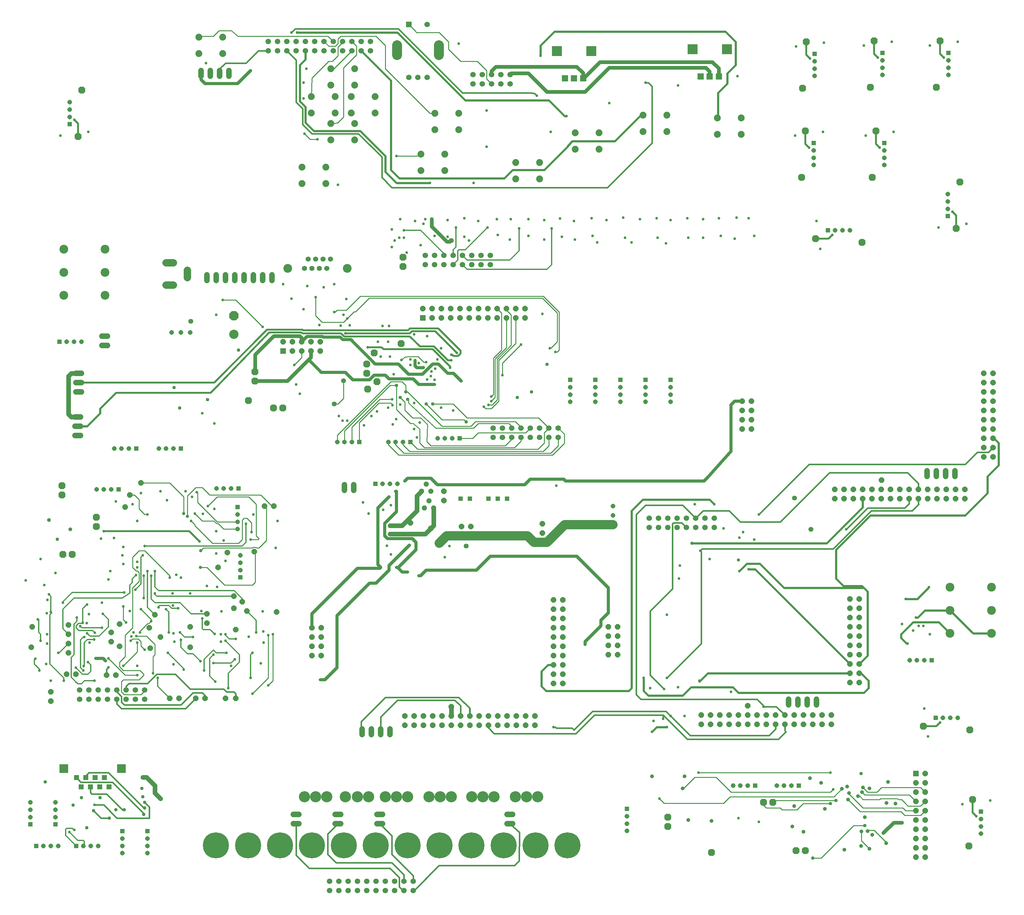
<source format=gbr>
G04 EAGLE Gerber RS-274X export*
G75*
%MOMM*%
%FSLAX34Y34*%
%LPD*%
%INBottom Copper*%
%IPPOS*%
%AMOC8*
5,1,8,0,0,1.08239X$1,22.5*%
G01*
%ADD10P,2.089446X8X202.500000*%
%ADD11P,2.089446X8X22.500000*%
%ADD12R,2.781300X2.781300*%
%ADD13R,1.800000X1.800000*%
%ADD14P,1.649562X8X112.500000*%
%ADD15P,1.649562X8X22.500000*%
%ADD16C,2.400000*%
%ADD17C,1.879600*%
%ADD18R,1.308000X1.308000*%
%ADD19C,1.308000*%
%ADD20P,1.429621X8X22.500000*%
%ADD21C,1.524000*%
%ADD22R,1.397000X1.397000*%
%ADD23R,2.476500X2.476500*%
%ADD24P,1.649562X8X202.500000*%
%ADD25C,1.508000*%
%ADD26C,1.422400*%
%ADD27R,1.508000X1.508000*%
%ADD28C,2.700000*%
%ADD29R,1.524000X1.524000*%
%ADD30P,2.089446X8X112.500000*%
%ADD31C,2.000000*%
%ADD32C,2.540000*%
%ADD33P,2.749271X8X112.500000*%
%ADD34P,1.649562X8X292.500000*%
%ADD35C,0.756400*%
%ADD36C,0.956400*%
%ADD37C,1.056400*%
%ADD38C,0.304800*%
%ADD39C,0.254000*%
%ADD40C,0.508000*%
%ADD41C,1.350000*%
%ADD42C,1.016000*%
%ADD43C,7.112000*%
%ADD44C,1.270000*%
%ADD45C,0.406400*%
%ADD46C,0.609600*%
%ADD47C,0.906400*%
%ADD48C,0.812800*%
%ADD49C,2.540000*%
%ADD50C,0.152400*%
%ADD51C,3.048000*%


D10*
X236220Y1018540D03*
D11*
X236220Y1043940D03*
D12*
X1494955Y2319020D03*
X1588605Y2319020D03*
D13*
X1516780Y2244020D03*
X1541780Y2244020D03*
X1566780Y2244020D03*
D12*
X1865795Y2324100D03*
X1959445Y2324100D03*
D13*
X1887620Y2249100D03*
X1912620Y2249100D03*
X1937620Y2249100D03*
D14*
X850900Y665480D03*
X825500Y665480D03*
X850900Y690880D03*
X825500Y690880D03*
X850900Y716280D03*
X825500Y716280D03*
X850900Y741680D03*
X825500Y741680D03*
X1661160Y668020D03*
X1635760Y668020D03*
X1661160Y693420D03*
X1635760Y693420D03*
X1661160Y718820D03*
X1635760Y718820D03*
X1661160Y744220D03*
X1635760Y744220D03*
X2026920Y1285240D03*
X2001520Y1285240D03*
X2026920Y1310640D03*
X2001520Y1310640D03*
X2026920Y1336040D03*
X2001520Y1336040D03*
X2026920Y1361440D03*
X2001520Y1361440D03*
X1511300Y589280D03*
X1485900Y589280D03*
X1511300Y614680D03*
X1485900Y614680D03*
X1511300Y640080D03*
X1485900Y640080D03*
X1511300Y665480D03*
X1485900Y665480D03*
X1511300Y690880D03*
X1485900Y690880D03*
X1511300Y716280D03*
X1485900Y716280D03*
X1511300Y741680D03*
X1485900Y741680D03*
X1511300Y767080D03*
X1485900Y767080D03*
X1511300Y792480D03*
X1485900Y792480D03*
X1511300Y817880D03*
X1485900Y817880D03*
X2321560Y591820D03*
X2296160Y591820D03*
X2321560Y617220D03*
X2296160Y617220D03*
X2321560Y642620D03*
X2296160Y642620D03*
X2321560Y668020D03*
X2296160Y668020D03*
X2321560Y693420D03*
X2296160Y693420D03*
X2321560Y718820D03*
X2296160Y718820D03*
X2321560Y744220D03*
X2296160Y744220D03*
X2321560Y769620D03*
X2296160Y769620D03*
X2321560Y795020D03*
X2296160Y795020D03*
X2321560Y820420D03*
X2296160Y820420D03*
X2687320Y1209040D03*
X2661920Y1209040D03*
X2687320Y1234440D03*
X2661920Y1234440D03*
X2687320Y1259840D03*
X2661920Y1259840D03*
X2687320Y1285240D03*
X2661920Y1285240D03*
X2687320Y1310640D03*
X2661920Y1310640D03*
X2687320Y1336040D03*
X2661920Y1336040D03*
X2687320Y1361440D03*
X2661920Y1361440D03*
X2687320Y1386840D03*
X2661920Y1386840D03*
X2687320Y1412240D03*
X2661920Y1412240D03*
X2687320Y1437640D03*
X2661920Y1437640D03*
D15*
X1079246Y474472D03*
X1079246Y499872D03*
X1104646Y474472D03*
X1104646Y499872D03*
X1130046Y474472D03*
X1130046Y499872D03*
X1155446Y474472D03*
X1155446Y499872D03*
X1180846Y474472D03*
X1180846Y499872D03*
X1206246Y474472D03*
X1206246Y499872D03*
X1231646Y474472D03*
X1231646Y499872D03*
X1257046Y474472D03*
X1257046Y499872D03*
X1282446Y474472D03*
X1282446Y499872D03*
X1307846Y474472D03*
X1307846Y499872D03*
X1333246Y474472D03*
X1333246Y499872D03*
X1358646Y474472D03*
X1358646Y499872D03*
X1384046Y474472D03*
X1384046Y499872D03*
X1409446Y474472D03*
X1409446Y499872D03*
X1434846Y474472D03*
X1434846Y499872D03*
X1889252Y477266D03*
X1889252Y502666D03*
X1914652Y477266D03*
X1914652Y502666D03*
X1940052Y477266D03*
X1940052Y502666D03*
X1965452Y477266D03*
X1965452Y502666D03*
X1990852Y477266D03*
X1990852Y502666D03*
X2016252Y477266D03*
X2016252Y502666D03*
X2041652Y477266D03*
X2041652Y502666D03*
X2067052Y477266D03*
X2067052Y502666D03*
X2092452Y477266D03*
X2092452Y502666D03*
X2117852Y477266D03*
X2117852Y502666D03*
X2143252Y477266D03*
X2143252Y502666D03*
X2168652Y477266D03*
X2168652Y502666D03*
X2194052Y477266D03*
X2194052Y502666D03*
X2219452Y477266D03*
X2219452Y502666D03*
X2244852Y477266D03*
X2244852Y502666D03*
X2254758Y1094486D03*
X2254758Y1119886D03*
X2280158Y1094486D03*
X2280158Y1119886D03*
X2305558Y1094486D03*
X2305558Y1119886D03*
X2330958Y1094486D03*
X2330958Y1119886D03*
X2356358Y1094486D03*
X2356358Y1119886D03*
X2381758Y1094486D03*
X2381758Y1119886D03*
X2407158Y1094486D03*
X2407158Y1119886D03*
X2432558Y1094486D03*
X2432558Y1119886D03*
X2457958Y1094486D03*
X2457958Y1119886D03*
X2483358Y1094486D03*
X2483358Y1119886D03*
X2508758Y1094486D03*
X2508758Y1119886D03*
X2534158Y1094486D03*
X2534158Y1119886D03*
X2559558Y1094486D03*
X2559558Y1119886D03*
X2584958Y1094486D03*
X2584958Y1119886D03*
X2610358Y1094486D03*
X2610358Y1119886D03*
D16*
X260000Y1713640D03*
X147000Y1713640D03*
X260000Y1776640D03*
X147000Y1776640D03*
X260000Y1650640D03*
X147000Y1650640D03*
D17*
X1382268Y2013966D03*
X1447292Y2013966D03*
X1382268Y1968754D03*
X1447292Y1968754D03*
X1544828Y2095246D03*
X1609852Y2095246D03*
X1544828Y2050034D03*
X1609852Y2050034D03*
X1730248Y2143506D03*
X1795272Y2143506D03*
X1730248Y2098294D03*
X1795272Y2098294D03*
X1933448Y2135886D03*
X1998472Y2135886D03*
X1933448Y2090674D03*
X1998472Y2090674D03*
X876808Y2270506D03*
X941832Y2270506D03*
X876808Y2225294D03*
X941832Y2225294D03*
X876808Y2120646D03*
X941832Y2120646D03*
X876808Y2075434D03*
X941832Y2075434D03*
X932688Y2194306D03*
X997712Y2194306D03*
X932688Y2149094D03*
X997712Y2149094D03*
X823468Y2194306D03*
X888492Y2194306D03*
X823468Y2149094D03*
X888492Y2149094D03*
X798068Y2001266D03*
X863092Y2001266D03*
X798068Y1956054D03*
X863092Y1956054D03*
X1123188Y2036826D03*
X1188212Y2036826D03*
X1123188Y1991614D03*
X1188212Y1991614D03*
X1161288Y2148586D03*
X1226312Y2148586D03*
X1161288Y2103374D03*
X1226312Y2103374D03*
D18*
X1531620Y1419380D03*
D19*
X1531620Y1399380D03*
X1531620Y1379380D03*
X1531620Y1359380D03*
D18*
X1600200Y1419380D03*
D19*
X1600200Y1399380D03*
X1600200Y1379380D03*
X1600200Y1359380D03*
D18*
X1668780Y1419380D03*
D19*
X1668780Y1399380D03*
X1668780Y1379380D03*
X1668780Y1359380D03*
D18*
X1737360Y1419380D03*
D19*
X1737360Y1399380D03*
X1737360Y1379380D03*
X1737360Y1359380D03*
D18*
X1805940Y1419380D03*
D19*
X1805940Y1399380D03*
X1805940Y1379380D03*
X1805940Y1359380D03*
D18*
X1231900Y1094740D03*
X1257300Y1094740D03*
X1308100Y1094740D03*
X1333500Y1094740D03*
X1358900Y1094740D03*
D20*
X1125220Y1115060D03*
X1137920Y1134110D03*
X1150620Y1115060D03*
X1132840Y1069340D03*
X1145540Y1088390D03*
X1158240Y1069340D03*
D21*
X914400Y1117600D02*
X914400Y1132840D01*
X939800Y1132840D02*
X939800Y1117600D01*
D19*
X492760Y1549400D03*
X467360Y1549400D03*
X441960Y1549400D03*
D22*
X181610Y331470D03*
X194310Y306070D03*
X207010Y331470D03*
X219710Y306070D03*
X232410Y331470D03*
X245110Y306070D03*
X257810Y331470D03*
X270510Y306070D03*
D23*
X147320Y356108D03*
X304800Y356108D03*
D15*
X160020Y723900D03*
X160020Y698500D03*
X111760Y541020D03*
X60960Y744220D03*
X58420Y688340D03*
X111760Y566420D03*
X276860Y728980D03*
X276860Y703580D03*
X154940Y614680D03*
X160020Y749300D03*
X160020Y673100D03*
X180340Y614680D03*
X381000Y741680D03*
X383540Y685800D03*
X264160Y612140D03*
X299720Y751840D03*
X299720Y690880D03*
X289560Y612140D03*
X492760Y744220D03*
X492760Y688340D03*
X436880Y548640D03*
X396240Y777240D03*
X411480Y716280D03*
X462280Y548640D03*
X612140Y795020D03*
X617220Y736600D03*
X508000Y548640D03*
X538480Y779780D03*
X538480Y754380D03*
X533400Y548640D03*
X612140Y828040D03*
X728980Y784860D03*
X589280Y548640D03*
X635000Y812800D03*
X647700Y787400D03*
X617220Y548640D03*
D11*
X144780Y942340D03*
X170180Y942340D03*
X142240Y1130300D03*
X142240Y1104900D03*
D18*
X624360Y1122680D03*
D19*
X604360Y1122680D03*
X584360Y1122680D03*
X564360Y1122680D03*
D18*
X629920Y879320D03*
D19*
X629920Y899320D03*
X629920Y919320D03*
X629920Y939320D03*
D18*
X2036600Y309880D03*
D19*
X2016600Y309880D03*
X1996600Y309880D03*
X1976600Y309880D03*
D18*
X2155980Y309880D03*
D19*
X2135980Y309880D03*
X2115980Y309880D03*
X2095980Y309880D03*
D18*
X954560Y1249680D03*
D19*
X934560Y1249680D03*
X914560Y1249680D03*
X894560Y1249680D03*
D18*
X1094260Y1249680D03*
D19*
X1074260Y1249680D03*
X1054260Y1249680D03*
X1034260Y1249680D03*
X1648460Y1023620D03*
X1648460Y1049020D03*
X1648460Y1074420D03*
D15*
X1455420Y1026160D03*
D24*
X1455420Y1000760D03*
D14*
X1234440Y1018540D03*
X1259840Y1018540D03*
D11*
X1798320Y223520D03*
D10*
X1917700Y127000D03*
D11*
X1798320Y198120D03*
X2174240Y132080D03*
X2148840Y132080D03*
D18*
X1686560Y245900D03*
D19*
X1686560Y225900D03*
X1686560Y205900D03*
X1686560Y185900D03*
D25*
X873760Y22860D03*
X873760Y48260D03*
X899160Y22860D03*
X899160Y48260D03*
X924560Y22860D03*
X924560Y48260D03*
X949960Y22860D03*
X949960Y48260D03*
X975360Y22860D03*
X975360Y48260D03*
X1000760Y22860D03*
X1000760Y48260D03*
X1026160Y22860D03*
X1026160Y48260D03*
X1051560Y22860D03*
X1051560Y48260D03*
X1076960Y22860D03*
X1076960Y48260D03*
X1102360Y22860D03*
X1102360Y48260D03*
D21*
X789940Y205740D02*
X774700Y205740D01*
X774700Y231140D02*
X789940Y231140D01*
X889000Y205740D02*
X904240Y205740D01*
X904240Y231140D02*
X889000Y231140D01*
X1358900Y205740D02*
X1374140Y205740D01*
X1374140Y231140D02*
X1358900Y231140D01*
X1018540Y205740D02*
X1003300Y205740D01*
X1003300Y231140D02*
X1018540Y231140D01*
D18*
X296700Y1120140D03*
D19*
X276700Y1120140D03*
X256700Y1120140D03*
X236700Y1120140D03*
D10*
X2085340Y264160D03*
X2059940Y264160D03*
D18*
X466880Y1231900D03*
D19*
X446880Y1231900D03*
X426880Y1231900D03*
X406880Y1231900D03*
D18*
X344960Y1231900D03*
D19*
X324960Y1231900D03*
X304960Y1231900D03*
X284960Y1231900D03*
D11*
X652180Y1363220D03*
X746160Y1342900D03*
X720760Y1342900D03*
X669960Y1416560D03*
X669960Y1441960D03*
D18*
X124460Y203680D03*
D19*
X124460Y223680D03*
X124460Y243680D03*
X124460Y263680D03*
D18*
X71600Y144780D03*
D19*
X91600Y144780D03*
X111600Y144780D03*
X131600Y144780D03*
D18*
X55880Y203680D03*
D19*
X55880Y223680D03*
X55880Y243680D03*
X55880Y263680D03*
D18*
X180820Y144780D03*
D19*
X200820Y144780D03*
X220820Y144780D03*
X240820Y144780D03*
D18*
X307340Y184940D03*
D19*
X307340Y164940D03*
X307340Y144940D03*
X307340Y124940D03*
D18*
X375920Y184940D03*
D19*
X375920Y164940D03*
X375920Y144940D03*
X375920Y124940D03*
D18*
X2199140Y2310920D03*
D19*
X2199140Y2290920D03*
X2199140Y2270920D03*
X2199140Y2250920D03*
D11*
X2166120Y2217420D03*
X2176280Y2344420D03*
D26*
X876440Y1749920D03*
X866240Y1724520D03*
X856040Y1749920D03*
X845840Y1724520D03*
X835640Y1749920D03*
X825440Y1724520D03*
X815240Y1749920D03*
X805040Y1724520D03*
D16*
X921990Y1724520D03*
X759490Y1724520D03*
D17*
X516128Y2356866D03*
X581152Y2356866D03*
X516128Y2311654D03*
X581152Y2311654D03*
D21*
X716280Y1706880D02*
X716280Y1691640D01*
X690880Y1691640D02*
X690880Y1706880D01*
X665480Y1706880D02*
X665480Y1691640D01*
X640080Y1691640D02*
X640080Y1706880D01*
X614680Y1706880D02*
X614680Y1691640D01*
X589280Y1691640D02*
X589280Y1706880D01*
X563880Y1706880D02*
X563880Y1691640D01*
X538480Y1691640D02*
X538480Y1706880D01*
X266700Y1513840D02*
X251460Y1513840D01*
X251460Y1539240D02*
X266700Y1539240D01*
D25*
X985520Y2319720D03*
X985520Y2345120D03*
X960120Y2319720D03*
X960120Y2345120D03*
X934720Y2319720D03*
X934720Y2345120D03*
X909320Y2319720D03*
X909320Y2345120D03*
X883920Y2319720D03*
X883920Y2345120D03*
X858520Y2319720D03*
X858520Y2345120D03*
X833120Y2319720D03*
X833120Y2345120D03*
X807720Y2319720D03*
X807720Y2345120D03*
X782320Y2319720D03*
X782320Y2345120D03*
X756920Y2319720D03*
X756920Y2345120D03*
X731520Y2319720D03*
X731520Y2345120D03*
X706120Y2319720D03*
X706120Y2345120D03*
X1140060Y2391560D03*
D27*
X1090060Y2391560D03*
D25*
X1090060Y2246560D03*
X1115060Y2246560D03*
X1140060Y2246560D03*
D28*
X1058060Y2308060D02*
X1058060Y2335060D01*
X1172060Y2335060D02*
X1172060Y2308060D01*
D25*
X1366980Y2229220D03*
X1366980Y2254620D03*
X1341580Y2229220D03*
X1341580Y2254620D03*
X1316180Y2229220D03*
X1316180Y2254620D03*
X1290780Y2229220D03*
X1290780Y2254620D03*
X1265380Y2229220D03*
X1265380Y2254620D03*
D21*
X522620Y2250420D02*
X522620Y2265660D01*
X548020Y2265660D02*
X548020Y2250420D01*
X573420Y2250420D02*
X573420Y2265660D01*
X598820Y2265660D02*
X598820Y2250420D01*
D29*
X746760Y1498600D03*
D15*
X746760Y1524000D03*
X772160Y1498600D03*
X772160Y1524000D03*
X797560Y1498600D03*
X797560Y1524000D03*
X822960Y1498600D03*
X822960Y1524000D03*
X848360Y1498600D03*
X848360Y1524000D03*
D29*
X1128344Y1589049D03*
D15*
X1128344Y1614449D03*
X1153744Y1589049D03*
X1153744Y1614449D03*
X1179144Y1589049D03*
X1179144Y1614449D03*
X1204544Y1589049D03*
X1204544Y1614449D03*
X1229944Y1589049D03*
X1229944Y1614449D03*
X1255344Y1589049D03*
X1255344Y1614449D03*
X1280744Y1589049D03*
X1280744Y1614449D03*
X1306144Y1589049D03*
X1306144Y1614449D03*
X1331544Y1589049D03*
X1331544Y1614449D03*
X1356944Y1589049D03*
X1356944Y1614449D03*
X1382344Y1589049D03*
X1382344Y1614449D03*
X1407744Y1589049D03*
X1407744Y1614449D03*
D21*
X193040Y1292860D02*
X177800Y1292860D01*
X177800Y1267460D02*
X193040Y1267460D01*
X193040Y1318260D02*
X177800Y1318260D01*
X180340Y1412240D02*
X195580Y1412240D01*
X195580Y1386840D02*
X180340Y1386840D01*
X180340Y1437640D02*
X195580Y1437640D01*
D18*
X2384560Y2313460D03*
D19*
X2384560Y2293460D03*
X2384560Y2273460D03*
X2384560Y2253460D03*
D11*
X2351540Y2219960D03*
X2361700Y2346960D03*
D18*
X2196600Y2067080D03*
D19*
X2196600Y2047080D03*
X2196600Y2027080D03*
X2196600Y2007080D03*
D11*
X2163580Y1973580D03*
X2173740Y2100580D03*
D18*
X2389640Y2067080D03*
D19*
X2389640Y2047080D03*
X2389640Y2027080D03*
X2389640Y2007080D03*
D11*
X2356620Y1973580D03*
X2366780Y2100580D03*
D18*
X163060Y2118840D03*
D19*
X163060Y2138840D03*
X163060Y2158840D03*
X163060Y2178840D03*
D10*
X196080Y2212340D03*
X185920Y2085340D03*
D18*
X2563360Y1867380D03*
D19*
X2563360Y1887380D03*
X2563360Y1907380D03*
X2563360Y1927380D03*
D10*
X2596380Y1960880D03*
X2586220Y1833880D03*
D18*
X2235680Y1828300D03*
D19*
X2255680Y1828300D03*
X2275680Y1828300D03*
X2295680Y1828300D03*
D30*
X2329180Y1795280D03*
X2202180Y1805440D03*
D18*
X2564900Y2313460D03*
D19*
X2564900Y2293460D03*
X2564900Y2273460D03*
X2564900Y2253460D03*
D11*
X2531880Y2219960D03*
X2542040Y2346960D03*
D18*
X2653800Y238280D03*
D19*
X2653800Y218280D03*
X2653800Y198280D03*
X2653800Y178280D03*
D11*
X2620780Y144780D03*
X2630940Y271780D03*
D18*
X2530320Y494800D03*
D19*
X2550320Y494800D03*
X2570320Y494800D03*
X2590320Y494800D03*
D30*
X2623820Y461780D03*
X2496820Y471940D03*
D18*
X622300Y1071400D03*
D19*
X622300Y1051400D03*
X622300Y1031400D03*
X622300Y1011400D03*
D18*
X1228880Y1259840D03*
D19*
X1208880Y1259840D03*
X1188880Y1259840D03*
X1168880Y1259840D03*
D31*
X446880Y1678940D02*
X426880Y1678940D01*
X484880Y1698940D02*
X484880Y1718940D01*
X446880Y1739940D02*
X426880Y1739940D01*
D32*
X612140Y1544320D03*
D33*
X612140Y1595120D03*
D16*
X2569560Y789080D03*
X2682560Y789080D03*
X2569560Y852080D03*
X2682560Y852080D03*
X2569560Y726080D03*
X2682560Y726080D03*
D18*
X135100Y1524000D03*
D19*
X155100Y1524000D03*
X175100Y1524000D03*
X195100Y1524000D03*
D18*
X998700Y1135380D03*
D19*
X1018700Y1135380D03*
X1038700Y1135380D03*
X1058700Y1135380D03*
D18*
X2519200Y652780D03*
D19*
X2499200Y652780D03*
X2479200Y652780D03*
X2459200Y652780D03*
D29*
X2476500Y342900D03*
D34*
X2501900Y342900D03*
X2476500Y317500D03*
X2501900Y317500D03*
X2476500Y292100D03*
X2501900Y292100D03*
X2476500Y266700D03*
X2501900Y266700D03*
X2476500Y241300D03*
X2501900Y241300D03*
X2476500Y215900D03*
X2501900Y215900D03*
X2476500Y190500D03*
X2501900Y190500D03*
X2476500Y165100D03*
X2501900Y165100D03*
X2476500Y139700D03*
X2501900Y139700D03*
X2476500Y114300D03*
X2501900Y114300D03*
D25*
X1747520Y1016000D03*
X1747520Y1041400D03*
X1772920Y1016000D03*
X1772920Y1041400D03*
X1798320Y1016000D03*
X1798320Y1041400D03*
X1823720Y1016000D03*
X1823720Y1041400D03*
X1849120Y1016000D03*
X1849120Y1041400D03*
X1874520Y1016000D03*
X1874520Y1041400D03*
X1899920Y1016000D03*
X1899920Y1041400D03*
X1925320Y1016000D03*
X1925320Y1041400D03*
X1320800Y1262380D03*
X1320800Y1287780D03*
X1346200Y1262380D03*
X1346200Y1287780D03*
X1371600Y1262380D03*
X1371600Y1287780D03*
X1397000Y1262380D03*
X1397000Y1287780D03*
X1422400Y1262380D03*
X1422400Y1287780D03*
X1447800Y1262380D03*
X1447800Y1287780D03*
X1473200Y1262380D03*
X1473200Y1287780D03*
X1498600Y1262380D03*
X1498600Y1287780D03*
D11*
X1074420Y1755140D03*
X1074420Y1729740D03*
D25*
X1313180Y1734820D03*
X1313180Y1760220D03*
X1287780Y1734820D03*
X1287780Y1760220D03*
X1262380Y1734820D03*
X1262380Y1760220D03*
X1236980Y1734820D03*
X1236980Y1760220D03*
X1211580Y1734820D03*
X1211580Y1760220D03*
X1186180Y1734820D03*
X1186180Y1760220D03*
X1160780Y1734820D03*
X1160780Y1760220D03*
X1135380Y1734820D03*
X1135380Y1760220D03*
X190500Y546100D03*
X190500Y571500D03*
X215900Y546100D03*
X215900Y571500D03*
X241300Y546100D03*
X241300Y571500D03*
X266700Y546100D03*
X266700Y571500D03*
X292100Y546100D03*
X292100Y571500D03*
X317500Y546100D03*
X317500Y571500D03*
X342900Y546100D03*
X342900Y571500D03*
X368300Y546100D03*
X368300Y571500D03*
D15*
X568960Y906780D03*
X594360Y947420D03*
X668020Y949960D03*
X695960Y1074420D03*
X721360Y1074420D03*
X358140Y1137920D03*
D11*
X975360Y1463040D03*
X975360Y1437640D03*
X977900Y1394460D03*
D15*
X327660Y1104900D03*
X314960Y1071880D03*
D11*
X1003300Y1414780D03*
X995680Y1493520D03*
X1069340Y1518920D03*
D21*
X962660Y464820D02*
X962660Y449580D01*
X988060Y449580D02*
X988060Y464820D01*
X1013460Y464820D02*
X1013460Y449580D01*
X1038860Y449580D02*
X1038860Y464820D01*
X2204720Y530860D02*
X2204720Y546100D01*
X2179320Y546100D02*
X2179320Y530860D01*
X2153920Y530860D02*
X2153920Y546100D01*
X2128520Y546100D02*
X2128520Y530860D01*
X2583180Y1155700D02*
X2583180Y1170940D01*
X2557780Y1170940D02*
X2557780Y1155700D01*
X2532380Y1155700D02*
X2532380Y1170940D01*
X2506980Y1170940D02*
X2506980Y1155700D01*
D15*
X1206500Y525780D03*
X2016760Y528320D03*
X2382520Y1145540D03*
X1094740Y1028700D03*
X1150620Y1013460D03*
X1186180Y1115060D03*
X1186180Y1089660D03*
D35*
X347980Y906780D03*
X274320Y896620D03*
X93980Y858520D03*
X692432Y731520D03*
X576580Y723900D03*
X447040Y726440D03*
X337820Y728980D03*
X209804Y754479D03*
X101600Y723323D03*
X43180Y871220D03*
D36*
X129179Y983925D03*
D37*
X165100Y1010920D03*
D35*
X284480Y986940D03*
X307485Y939945D03*
X454660Y886460D03*
X467360Y878840D03*
X527272Y1052578D03*
X731520Y1033780D03*
X665480Y1051560D03*
X584200Y980440D03*
X589280Y924560D03*
X566420Y853440D03*
X342900Y845820D03*
D38*
X358140Y861060D01*
X358140Y934720D02*
X363220Y939800D01*
D35*
X363220Y939800D03*
D38*
X358140Y934720D02*
X358140Y861060D01*
D35*
X358140Y1109980D03*
X497840Y1099820D03*
X429311Y1090066D03*
X289560Y1087120D03*
D37*
X106680Y1036320D03*
D35*
X248920Y985520D03*
X309880Y962660D03*
X347980Y922020D03*
X444500Y835688D03*
X492760Y835660D03*
X538480Y855980D03*
X563880Y944880D03*
X563880Y1005840D03*
X558800Y1066800D03*
X480060Y1115060D03*
X411683Y1115136D03*
X335280Y1079500D03*
X347980Y1033780D03*
X726440Y960120D03*
X660400Y1003300D03*
D39*
X660400Y1028700D01*
X647700Y1041400D01*
X640080Y1041400D01*
X635000Y1036320D01*
X635000Y982980D01*
X624840Y972820D02*
X553720Y972820D01*
X505460Y1021080D01*
X505460Y1023620D01*
X495300Y1033780D01*
D35*
X495300Y1033780D03*
D39*
X624840Y972820D02*
X635000Y982980D01*
D35*
X657860Y982980D03*
D39*
X678180Y982980D01*
X680720Y985520D01*
X673100Y993140D01*
X652780Y1099820D02*
X566420Y1099820D01*
X541020Y1074420D01*
D35*
X541020Y1074420D03*
D39*
X673100Y1079500D02*
X673100Y993140D01*
X673100Y1079500D02*
X652780Y1099820D01*
D35*
X645160Y1026160D03*
D38*
X645160Y975360D01*
X635000Y965200D01*
D35*
X368300Y965200D03*
D38*
X635000Y965200D01*
D35*
X269240Y873760D03*
X309982Y916254D03*
X256540Y1005840D03*
D40*
X490220Y1005840D01*
X518160Y977900D01*
D35*
X518160Y977900D03*
D38*
X635000Y821345D02*
X635000Y812800D01*
X396240Y853440D02*
X396240Y896620D01*
D35*
X396240Y896620D03*
D38*
X613065Y843280D02*
X635000Y821345D01*
X613065Y843280D02*
X406400Y843280D01*
X396240Y853440D01*
X495300Y779780D02*
X538480Y779780D01*
X396240Y810260D02*
X386080Y820420D01*
X386080Y883920D01*
D35*
X386080Y883920D03*
D38*
X464820Y810260D02*
X495300Y779780D01*
X464820Y810260D02*
X396240Y810260D01*
D35*
X375920Y1051560D03*
D39*
X368300Y1051560D01*
X353060Y1066800D01*
X353060Y1092200D01*
X340360Y1104900D01*
X327660Y1104900D01*
D38*
X401320Y828040D02*
X612140Y828040D01*
X401320Y828040D02*
X396240Y833120D01*
X396240Y835660D01*
D35*
X396240Y835660D03*
D38*
X344678Y885160D02*
X334518Y875000D01*
X334518Y865378D01*
X327660Y858520D01*
X327660Y835891D01*
X307340Y822960D01*
X175260Y822960D01*
X144780Y792480D01*
X144780Y739140D01*
X160020Y723900D01*
D35*
X344678Y885160D03*
X312420Y838200D03*
D38*
X170180Y838200D01*
X144780Y812800D01*
X144780Y810260D01*
D35*
X144780Y810260D03*
X365760Y822960D03*
X365760Y883920D03*
D39*
X365760Y822960D01*
D38*
X375920Y797560D02*
X396240Y777240D01*
D35*
X375920Y896620D03*
D38*
X375920Y797560D01*
D35*
X2034540Y1813560D03*
X1986280Y1862993D03*
X1943100Y1813560D03*
X1894840Y1859280D03*
X1854200Y1808480D03*
X1805940Y1856740D03*
X1770380Y1808480D03*
X1722120Y1859280D03*
X1681480Y1808480D03*
X1630680Y1856740D03*
X1592580Y1813560D03*
X1541780Y1854200D03*
X1508760Y1811020D03*
X1460500Y1856740D03*
X1417320Y1813560D03*
X1369060Y1859280D03*
X1333500Y1816100D03*
X1280160Y1854200D03*
X1242060Y1811020D03*
X1196340Y1856740D03*
X1160780Y1813560D03*
X1107440Y1854200D03*
X1064260Y1808480D03*
X1043940Y1831340D03*
X1122680Y1788160D03*
X1084580Y1767840D03*
X1981200Y1805940D03*
X1894840Y1808480D03*
X1793240Y1793240D03*
X1699260Y1795780D03*
X1605280Y1795780D03*
X1544320Y1803400D03*
X1460500Y1803400D03*
X1366520Y1803400D03*
X1254760Y1800860D03*
X1196340Y1811020D03*
X1076960Y1808480D03*
X1043940Y1783080D03*
X1051560Y1800860D03*
X2019300Y1861820D03*
X1938020Y1861820D03*
X1851660Y1861820D03*
X1767840Y1861820D03*
X1676400Y1862993D03*
X1590040Y1861820D03*
X1503680Y1860453D03*
X1417320Y1859280D03*
X1330960Y1859280D03*
X1242060Y1861820D03*
X1153160Y1859280D03*
X1066800Y1859280D03*
X1130300Y1846580D03*
X1135380Y1859280D03*
D41*
X1206500Y1800742D03*
D42*
X1203090Y1797332D01*
X1194262Y1797332D01*
X1153160Y1838434D01*
X1153160Y1859280D01*
D43*
X563245Y146368D03*
X650558Y146368D03*
X737870Y146368D03*
X825183Y146368D03*
X912495Y146368D03*
X999808Y146368D03*
X1087120Y146368D03*
X1174433Y146368D03*
X1261745Y146368D03*
X1349058Y146368D03*
X1436370Y146368D03*
X1523683Y146368D03*
D35*
X965200Y1084580D03*
X1188720Y934720D03*
X1041400Y1076960D03*
X1030565Y965608D03*
X1041400Y942340D03*
X1019948Y1064260D03*
X1038860Y1021080D03*
D44*
X1071880Y1021080D01*
X1112520Y1102360D02*
X1125220Y1115060D01*
X1112520Y1061720D02*
X1071880Y1021080D01*
X1112520Y1061720D02*
X1112520Y1102360D01*
X1158240Y1069340D02*
X1158240Y1021080D01*
X1135380Y998220D01*
D35*
X1038860Y998220D03*
D44*
X1135380Y998220D01*
D45*
X2092452Y477266D02*
X2092452Y464312D01*
X2075180Y447040D01*
X1859280Y447040D01*
X1805940Y500380D01*
X1793240Y513080D01*
X1592580Y513080D01*
X1541780Y462280D01*
X1536700Y467360D01*
X1493520Y467360D01*
X1490980Y469900D01*
X1485900Y469900D01*
D35*
X1485900Y469900D03*
D45*
X1813560Y1028700D02*
X1836420Y1028700D01*
X1813560Y1028700D02*
X1811020Y1026160D01*
X1811020Y848360D02*
X1750060Y787400D01*
X1750060Y612140D01*
X1788160Y574040D01*
D35*
X1788160Y574040D03*
X1805940Y500380D03*
D45*
X1811020Y848360D02*
X1811020Y1026160D01*
X2457958Y1081278D02*
X2457958Y1094486D01*
X2457958Y1081278D02*
X2446020Y1069340D01*
X2344420Y1069340D01*
X2286000Y1010920D01*
D35*
X2286000Y1010920D03*
D45*
X1849120Y1016000D02*
X1836420Y1028700D01*
X1307846Y474472D02*
X1307846Y467614D01*
X1323340Y452120D01*
X1546860Y452120D01*
X1597660Y502920D01*
X1785620Y502920D01*
X1851660Y436880D01*
X2100580Y436880D01*
X2120900Y457200D01*
X2117852Y460248D01*
X2117852Y477266D01*
X1785620Y492760D02*
X1785620Y502920D01*
D35*
X1785620Y492760D03*
X1795780Y604520D03*
D45*
X1889760Y698500D01*
X1889760Y949960D01*
X1887220Y952500D01*
D35*
X1887220Y952500D03*
D45*
X2483358Y1080262D02*
X2483358Y1094486D01*
X2483358Y1080262D02*
X2484120Y1079500D01*
X2466340Y1061720D01*
X2354323Y1061720D02*
X2250183Y957580D01*
X2354323Y1061720D02*
X2466340Y1061720D01*
X1892300Y957580D02*
X1887220Y952500D01*
X1892300Y957580D02*
X2250183Y957580D01*
D35*
X2059940Y525780D03*
D45*
X2062480Y525780D01*
X2094738Y525780D01*
X2117852Y502666D01*
X1838960Y1076960D02*
X1737360Y1076960D01*
X1711960Y1051560D01*
X1711960Y558800D01*
X1724660Y546100D01*
X2042160Y546100D01*
X2062480Y525780D01*
X1996440Y1031240D02*
X1965960Y1061720D01*
X1996440Y1031240D02*
X2105660Y1031240D01*
X2240280Y1165860D02*
X2453640Y1165860D01*
X2483358Y1136142D01*
X2483358Y1119886D01*
X1965960Y1061720D02*
X1894840Y1061720D01*
X2105660Y1031240D02*
X2240280Y1165860D01*
X1894840Y1061720D02*
X1874520Y1041400D01*
X1838960Y1076960D01*
D46*
X1485900Y640080D02*
X1470660Y640080D01*
X1452880Y622300D01*
X1452880Y581660D01*
X1691640Y568960D02*
X1699260Y576580D01*
X1699260Y1061720D01*
D35*
X1925320Y1079500D03*
D46*
X1452880Y581660D02*
X1465580Y568960D01*
X1691640Y568960D01*
X1699260Y1061720D02*
X1729740Y1092200D01*
X1912620Y1092200D02*
X1925320Y1079500D01*
X1912620Y1092200D02*
X1729740Y1092200D01*
X2037080Y901700D02*
X2296160Y642620D01*
X2037080Y901700D02*
X2019300Y901700D01*
D35*
X2019300Y901700D03*
X1993900Y988060D03*
X1828800Y876300D03*
X1993900Y896620D03*
D46*
X2321560Y642620D02*
X2344420Y665480D01*
X2344420Y840740D01*
X2334260Y850900D02*
X2115820Y850900D01*
X2049780Y916940D01*
X2014220Y916940D01*
X1993900Y896620D01*
X2334260Y850900D02*
X2344420Y840740D01*
X2334260Y850900D02*
X2329180Y855980D01*
X2278380Y855980D01*
X2258060Y876300D01*
X2258060Y955040D02*
X2352040Y1049020D01*
X2611120Y1049020D01*
X2258060Y955040D02*
X2258060Y876300D01*
X2611120Y1049020D02*
X2672080Y1109980D01*
X2672080Y1155700D02*
X2702560Y1186180D01*
X2702560Y1247140D01*
X2689860Y1259840D01*
X2687320Y1259840D01*
X2672080Y1155700D02*
X2672080Y1109980D01*
D35*
X1795780Y777240D03*
X1871980Y1079500D03*
D46*
X1907540Y617220D02*
X2296160Y617220D01*
X1907540Y617220D02*
X1884680Y594360D01*
X1884680Y596900D01*
D35*
X1884680Y596900D03*
X1831340Y911860D03*
X1912620Y929640D03*
D46*
X2321560Y617220D02*
X2326640Y617220D01*
X2346960Y596900D01*
X2346960Y576580D01*
X2334260Y563880D01*
X1991360Y563880D01*
X1976120Y579120D01*
X1861820Y579120D01*
X1838960Y556260D01*
X1744980Y556260D01*
X1732280Y568960D01*
X1732280Y604520D01*
D35*
X1732280Y604520D03*
D45*
X2674495Y1221615D02*
X2687320Y1234440D01*
X2674495Y1221615D02*
X2644265Y1221740D01*
X2611245Y1188720D01*
X2184400Y1188720D01*
D35*
X2047240Y1051560D03*
X2034540Y982980D03*
D45*
X2047240Y1051560D02*
X2184400Y1188720D01*
D35*
X1971040Y566420D03*
X2004060Y1003300D03*
X1950720Y1013460D03*
X1750060Y576580D03*
X1758950Y486410D03*
X1755140Y457200D03*
D46*
X1767840Y469900D01*
X1795780Y469900D01*
D35*
X1795780Y469900D03*
X1826260Y579120D03*
X1844040Y500380D03*
D46*
X2330958Y1071118D02*
X2330958Y1094486D01*
X2330958Y1071118D02*
X2232660Y972820D01*
D47*
X1864360Y972820D03*
D46*
X2232660Y972820D01*
D35*
X1480820Y1833880D03*
D38*
X1480820Y1734820D01*
X1468120Y1722120D01*
X1249680Y1722120D01*
X1236980Y1734820D01*
D35*
X1391920Y1833880D03*
D38*
X1391920Y1772920D01*
X1366520Y1747520D01*
X1249680Y1747520D01*
X1236980Y1760220D01*
D35*
X1305560Y1836420D03*
D38*
X1244600Y1775460D01*
X1226820Y1775460D01*
X1224280Y1772920D01*
X1224280Y1747520D02*
X1211580Y1734820D01*
X1224280Y1747520D02*
X1224280Y1772920D01*
D35*
X1219200Y1836420D03*
D38*
X1219200Y1783080D01*
X1211580Y1775460D01*
X1211580Y1760220D01*
D35*
X1076960Y1828800D03*
D38*
X1122680Y1828800D01*
X1186180Y1765300D01*
X1186180Y1760220D01*
D35*
X269240Y632940D03*
D45*
X264160Y627860D01*
X264160Y612140D01*
D38*
X403860Y581660D02*
X436880Y548640D01*
X403860Y581660D02*
X403860Y604520D01*
D35*
X403860Y604520D03*
D45*
X304800Y553720D02*
X292100Y566420D01*
X292100Y571500D01*
X304800Y538480D02*
X312420Y530860D01*
X467360Y530860D01*
X500380Y563880D02*
X525780Y563880D01*
X533400Y556260D01*
X533400Y548640D01*
X304800Y553720D02*
X304800Y538480D01*
X467360Y530860D02*
X500380Y563880D01*
X317500Y571500D02*
X317500Y581660D01*
X325120Y589280D01*
X375920Y589280D02*
X401320Y614680D01*
X452120Y614680D01*
X584200Y574040D02*
X591820Y566420D01*
X612140Y566420D01*
X617220Y561340D01*
X617220Y548640D01*
X375920Y589280D02*
X325120Y589280D01*
X452120Y614680D02*
X492760Y574040D01*
X584200Y574040D01*
D35*
X436880Y878840D03*
D39*
X436880Y883920D01*
X368300Y952500D01*
X353060Y952500D01*
X335280Y934720D01*
X335280Y906780D01*
X344482Y897578D01*
X347718Y897578D01*
X353060Y892236D01*
X353060Y868680D01*
X334998Y850618D01*
X334998Y741398D01*
X314960Y721360D02*
X314960Y662940D01*
X314960Y721360D02*
X334998Y741398D01*
X314960Y662940D02*
X299720Y647700D01*
X299720Y635000D01*
X309880Y624840D01*
X355600Y624840D01*
X365760Y614680D01*
X365760Y612140D01*
X353060Y599440D01*
X309880Y599440D01*
X304800Y594360D01*
X304800Y566420D02*
X312420Y558800D01*
X358140Y558800D01*
X368300Y568960D01*
X368300Y571500D01*
X304800Y566420D02*
X304800Y594360D01*
D45*
X292100Y533400D02*
X304800Y520700D01*
X480060Y520700D01*
X508000Y548640D01*
X292100Y546100D02*
X292100Y533400D01*
D35*
X83820Y929640D03*
X331361Y717659D03*
X693420Y701040D03*
X576580Y703580D03*
X449580Y703580D03*
X217198Y701040D03*
X101628Y698500D03*
X69562Y656878D03*
D38*
X67022Y654338D01*
X67022Y641638D01*
X80160Y628500D02*
X80160Y624840D01*
X80160Y628500D02*
X67022Y641638D01*
D35*
X80160Y624840D03*
X99060Y642620D03*
X124460Y891540D03*
X111760Y596900D03*
X100261Y781340D03*
X102008Y817514D03*
X251460Y810260D03*
X215721Y778943D03*
X327660Y787400D03*
X347980Y637540D03*
X447040Y641740D03*
X445049Y802668D03*
X578206Y785978D03*
X603971Y637568D03*
X685876Y643687D03*
X690778Y786359D03*
X652540Y717160D03*
X261544Y651078D03*
X234569Y657606D03*
X523240Y787400D03*
D48*
X255016Y657606D02*
X234569Y657606D01*
X255016Y657606D02*
X261544Y651078D01*
D35*
X132080Y673100D03*
D38*
X134620Y673100D01*
X160020Y698500D01*
D35*
X147320Y596900D03*
D38*
X147320Y604520D01*
X109220Y642620D01*
X109220Y777240D01*
X114300Y782320D01*
D35*
X111760Y784860D03*
D38*
X114300Y782320D01*
X111760Y828040D02*
X106680Y833120D01*
X111760Y828040D02*
X111760Y784860D01*
D35*
X106680Y833120D03*
X76200Y764540D03*
D38*
X78740Y764540D01*
X78740Y728980D01*
X83820Y723900D01*
X83820Y706120D01*
D35*
X83820Y706120D03*
X180340Y632460D03*
D38*
X198120Y614680D01*
X213360Y614680D01*
X220980Y622300D01*
X220980Y640080D01*
X213360Y647700D01*
D35*
X213360Y647700D03*
X200660Y624840D03*
D38*
X193040Y632460D02*
X193040Y708660D01*
X193040Y632460D02*
X200660Y624840D01*
X200660Y716280D02*
X203200Y716280D01*
X200660Y716280D02*
X193040Y708660D01*
D35*
X203200Y716280D03*
X201168Y636270D03*
D38*
X203200Y638302D02*
X203200Y701040D01*
X203200Y638302D02*
X201168Y636270D01*
X211633Y709473D02*
X229921Y709473D01*
X211633Y709473D02*
X203200Y701040D01*
D35*
X229921Y709473D03*
X231140Y596900D03*
D38*
X204125Y596900D01*
X185766Y588010D02*
X181956Y591820D01*
X180340Y591820D01*
X195235Y588010D02*
X204125Y596900D01*
X195235Y588010D02*
X185766Y588010D01*
X180340Y593436D02*
X167640Y606136D01*
X167640Y660400D01*
X175260Y668020D01*
X175260Y751840D01*
X180340Y593436D02*
X180340Y591820D01*
X175260Y751840D02*
X182880Y759460D01*
X182880Y769620D01*
D35*
X182880Y769620D03*
X210820Y805180D03*
D38*
X199136Y793496D01*
X199136Y754634D01*
X198374Y753364D01*
X196596Y753336D01*
D35*
X199136Y754634D03*
X232197Y727775D03*
D38*
X196596Y753336D02*
X187170Y753336D01*
X180594Y746760D01*
X180594Y741426D01*
X187960Y734060D01*
X225911Y734060D01*
X232197Y727775D01*
D35*
X254000Y779780D03*
D38*
X269240Y764540D01*
X269240Y743915D01*
X243831Y718506D01*
X218754Y718506D01*
X210931Y726329D01*
D35*
X210931Y726329D03*
X251460Y741680D03*
D38*
X195834Y741680D01*
X191770Y745744D01*
D35*
X191770Y745744D03*
X368300Y681510D03*
D39*
X358140Y691670D01*
X358140Y703580D01*
X350520Y711200D01*
X335280Y711200D01*
X330200Y706120D01*
D35*
X330200Y706120D03*
X347980Y701040D03*
D39*
X347980Y675640D01*
X309880Y637540D01*
D35*
X309880Y637540D03*
X269240Y657860D03*
D39*
X314960Y612140D01*
X347980Y612140D01*
D35*
X347980Y612140D03*
X391160Y617220D03*
D39*
X391160Y662940D01*
X396240Y668020D01*
X396240Y695960D01*
X373380Y718820D02*
X345440Y718820D01*
D35*
X345440Y718820D03*
D39*
X373380Y718820D02*
X396240Y695960D01*
D35*
X386080Y759460D03*
D39*
X379476Y752856D01*
X376371Y752856D01*
X355600Y732085D01*
X355600Y728980D01*
D35*
X355600Y728980D03*
X358140Y792480D03*
D39*
X386080Y764540D01*
X386080Y759460D01*
D35*
X431800Y673100D03*
D38*
X474980Y629920D01*
X474980Y627380D01*
D35*
X474980Y627380D03*
X520700Y650240D03*
D38*
X500380Y670560D01*
X485140Y670560D01*
X467360Y688340D01*
X467360Y708660D01*
D35*
X467360Y708660D03*
X500380Y716280D03*
D38*
X477520Y716280D01*
X464820Y728980D01*
D35*
X464820Y728980D03*
X426720Y792480D03*
D38*
X434340Y784860D01*
X434340Y728980D01*
D35*
X434340Y728980D03*
X459740Y795020D03*
D38*
X441960Y795020D01*
X434340Y802640D01*
X408940Y802640D01*
X403860Y797560D01*
X406400Y797560D01*
D35*
X406400Y797560D03*
X556260Y668020D03*
D38*
X546100Y657860D01*
X546100Y609600D01*
X561340Y594360D01*
D35*
X561340Y594360D03*
X530860Y624840D03*
D38*
X530860Y655320D01*
X556260Y680720D01*
X563880Y673100D01*
X591820Y673100D01*
X591693Y672973D01*
D35*
X591693Y672973D03*
X614680Y655320D03*
D38*
X604520Y645160D01*
D35*
X556260Y645160D03*
D38*
X604520Y645160D01*
D35*
X596900Y576580D03*
D38*
X596900Y617220D01*
X627380Y647700D01*
X627380Y668020D01*
D35*
X589280Y706120D03*
D38*
X627380Y668020D01*
D35*
X617220Y711200D03*
D38*
X599440Y711200D01*
X589280Y721360D01*
X589280Y723900D01*
D35*
X589280Y723900D03*
X559272Y724154D03*
D38*
X546826Y736600D01*
X528320Y736600D01*
X525780Y739140D01*
X525780Y764540D01*
X525671Y764649D01*
X525671Y766971D01*
D35*
X525671Y766971D03*
X657860Y604520D03*
D38*
X657860Y668020D01*
X662940Y673100D01*
X662912Y673100D01*
D35*
X662912Y673100D03*
X706120Y721360D03*
D39*
X706120Y604520D01*
X662940Y561340D01*
D35*
X662940Y561340D03*
X718820Y723900D03*
D39*
X718820Y596900D01*
X706120Y584200D01*
D35*
X706120Y584200D03*
X317500Y755782D03*
D39*
X309880Y763402D01*
X309880Y800100D01*
D35*
X309880Y800100D03*
X673100Y728980D03*
D38*
X673100Y762000D01*
X647700Y787400D01*
D36*
X448980Y1398780D03*
X464220Y1342900D03*
X624840Y1501140D03*
X1425880Y1386650D03*
X1468120Y1462322D03*
D35*
X792480Y1381760D03*
X1104900Y1356360D03*
X1104900Y1285240D03*
X1112520Y1262380D03*
X1211580Y1336040D03*
X1178560Y1506220D03*
X1140460Y1539240D03*
X1104900Y1544320D03*
X1013460Y1483360D03*
X1049020Y1435100D03*
X1003300Y1333500D03*
X1160780Y1419860D03*
X1117722Y1465580D03*
X967740Y1295400D03*
X812800Y1676400D03*
X802640Y1612900D03*
X563880Y1597660D03*
X1201420Y965200D03*
D41*
X2189480Y1010920D03*
X2144685Y1096355D03*
X1173480Y972820D03*
D49*
X1193800Y993140D01*
X1414780Y993140D02*
X1432560Y975360D01*
X1468120Y975360D01*
X1516380Y1023620D02*
X1648460Y1023620D01*
X1414780Y993140D02*
X1193800Y993140D01*
X1468120Y975360D02*
X1516380Y1023620D01*
D37*
X1854200Y215900D03*
X1844040Y335280D03*
X2217420Y317500D03*
X2349500Y302260D03*
X2395474Y261926D03*
X2357120Y175260D03*
X2169160Y183336D03*
X2227580Y246380D03*
X1755140Y335280D03*
X2186940Y330200D03*
X2288540Y307340D03*
X2400300Y320040D03*
X2420061Y260425D03*
X2387600Y180002D03*
X2143760Y254000D03*
X2438400Y208280D03*
D42*
X2415878Y208280D01*
X2387600Y180002D01*
D37*
X2336800Y223520D03*
X1917700Y213360D03*
D35*
X1991360Y220980D03*
D36*
X2326437Y342900D03*
D37*
X2281058Y134504D03*
X2138680Y198120D03*
D35*
X2047240Y210820D03*
D37*
X2326640Y144780D03*
D39*
X1871980Y332740D02*
X1841500Y302260D01*
X1838960Y302260D01*
D37*
X1838960Y302260D03*
D35*
X2250440Y299720D03*
D39*
X2242820Y292100D01*
X1930400Y332740D02*
X1871980Y332740D01*
X1971040Y292100D02*
X2242820Y292100D01*
X1971040Y292100D02*
X1930400Y332740D01*
D37*
X2274368Y300799D03*
D39*
X2252969Y279400D01*
X1968500Y279400D02*
X1950720Y261620D01*
X1788160Y261620D01*
D35*
X1775460Y274320D03*
D39*
X1968500Y279400D02*
X2252969Y279400D01*
X1788160Y261620D02*
X1775460Y274320D01*
D37*
X2349500Y137160D03*
D39*
X2327656Y159004D01*
D37*
X2327656Y184658D03*
D39*
X2327656Y159004D01*
D37*
X2395220Y152400D03*
D39*
X2395220Y154940D01*
X2362200Y187960D01*
X2346960Y187960D01*
X2344420Y185420D01*
D37*
X2344420Y185420D03*
D35*
X2242820Y345440D03*
D39*
X1882140Y345440D01*
D35*
X1882140Y345440D03*
D37*
X2331720Y304800D03*
D39*
X2344420Y292100D01*
X2369820Y292100D02*
X2382520Y304800D01*
X2489200Y304800D01*
X2369820Y292100D02*
X2344420Y292100D01*
X2489200Y304800D02*
X2501900Y292100D01*
D37*
X2329180Y291950D03*
D39*
X2329330Y291950D01*
X2336800Y284480D01*
X2458720Y284480D01*
X2476500Y266700D01*
D37*
X2318258Y280416D03*
D39*
X2323084Y280416D01*
X2331720Y271780D01*
X2377440Y271780D01*
X2379980Y274320D01*
X2425700Y274320D01*
X2428524Y271496D01*
X2437384Y271496D01*
X2446528Y262128D01*
X2454656Y254000D01*
X2489200Y254000D01*
X2501900Y266700D01*
D37*
X2293620Y289560D03*
D39*
X2293620Y287020D01*
X2331720Y248920D01*
X2440940Y248920D02*
X2448560Y241300D01*
X2440940Y248920D02*
X2331720Y248920D01*
X2448560Y241300D02*
X2476500Y241300D01*
X2446020Y228600D02*
X2435860Y238760D01*
X2324100Y238760D01*
D37*
X2291080Y271780D03*
D39*
X2446020Y228600D02*
X2489200Y228600D01*
X2324100Y238760D02*
X2291080Y271780D01*
X2489200Y228600D02*
X2501900Y241300D01*
D45*
X1172464Y91440D02*
X1169391Y87599D01*
X1172464Y91440D02*
X1379220Y91440D01*
X1391920Y104140D01*
X1392174Y181356D01*
X1366520Y205740D01*
X1104652Y22860D02*
X1102360Y22860D01*
X1104652Y22860D02*
X1169391Y87599D01*
D36*
X2336800Y200660D03*
D39*
X2306320Y200660D01*
X2217420Y111760D02*
X2194560Y111760D01*
D36*
X2194560Y111760D03*
D39*
X2217420Y111760D02*
X2306320Y200660D01*
D45*
X1043940Y172720D02*
X1043940Y121920D01*
X1043940Y172720D02*
X1010920Y205740D01*
X1102360Y63500D02*
X1102360Y48260D01*
X1102360Y63500D02*
X1043940Y121920D01*
X891540Y99060D02*
X868680Y121920D01*
X868680Y177800D01*
X896620Y205740D01*
X891540Y99060D02*
X1043940Y99060D01*
X1076960Y66040D02*
X1076960Y48260D01*
X1076960Y66040D02*
X1043940Y99060D01*
X1038860Y83820D02*
X817880Y83820D01*
X782320Y119380D01*
X782320Y205740D01*
X1064260Y58420D02*
X1064260Y33020D01*
X1074420Y22860D01*
X1076960Y22860D01*
X1064260Y58420D02*
X1038860Y83820D01*
D36*
X2258060Y269240D03*
D39*
X2090420Y269240D01*
X2085340Y264160D01*
D36*
X2242820Y260902D03*
D39*
X2168442Y260902D01*
X2151380Y243840D01*
X2110740Y243840D01*
X2105660Y248920D01*
X2067560Y248920D01*
X2059940Y256540D01*
X2059940Y264160D01*
D36*
X1386840Y1371600D03*
D35*
X525780Y1328420D03*
X845820Y1569720D03*
X911860Y1597660D03*
X782320Y1407160D03*
X1033780Y1343660D03*
X1120140Y1303020D03*
X1455420Y1600200D03*
X1168400Y1475740D03*
X1107440Y1473200D03*
X1038860Y1483360D03*
X1178560Y1343660D03*
X1130300Y1452880D03*
D48*
X1107440Y1457960D02*
X1107440Y1473200D01*
X1112520Y1452880D02*
X1129376Y1452880D01*
X1129838Y1453342D01*
X1112520Y1452880D02*
X1107440Y1457960D01*
D50*
X1129376Y1452880D02*
X1130300Y1452880D01*
D42*
X758700Y1416560D02*
X669960Y1416560D01*
X758700Y1416560D02*
X816610Y1474470D01*
X822960Y1480820D01*
D35*
X1160780Y1407160D03*
D48*
X1117600Y1407160D01*
X1102360Y1422400D01*
X1036320Y1422400D01*
X1026160Y1432560D01*
X995680Y1432560D01*
X982980Y1419860D01*
X937260Y1419860D01*
X916940Y1440180D01*
X850900Y1440180D01*
X816610Y1474470D01*
D42*
X822960Y1480820D02*
X822960Y1498600D01*
X797560Y1524000D02*
X797560Y1534160D01*
X670560Y1488440D02*
X670560Y1445260D01*
X669960Y1444660D01*
X669960Y1441960D01*
X792480Y1539240D02*
X797560Y1534160D01*
X792480Y1539240D02*
X721360Y1539240D01*
X670560Y1488440D01*
D35*
X1233170Y1416050D03*
D44*
X187960Y1437640D02*
X167640Y1437640D01*
X160020Y1430020D01*
X160020Y1325880D01*
X167640Y1318260D02*
X185420Y1318260D01*
X167640Y1318260D02*
X160020Y1325880D01*
D35*
X558800Y1300480D03*
D48*
X854147Y1537970D02*
X855417Y1536700D01*
X854147Y1537970D02*
X811530Y1537970D01*
X797560Y1524000D01*
X902354Y1536700D02*
X909692Y1529362D01*
X931898Y1529362D01*
X902354Y1536700D02*
X855417Y1536700D01*
X1211990Y1437230D02*
X1233170Y1416050D01*
X1211990Y1437230D02*
X1196595Y1437230D01*
X1170785Y1463040D01*
X1061720Y1463040D02*
X998220Y1463040D01*
X1061720Y1463040D02*
X1089660Y1435100D01*
X1127760Y1435100D01*
X1155700Y1463040D01*
X1170785Y1463040D01*
X998220Y1463040D02*
X931898Y1529362D01*
D41*
X911860Y1417320D03*
D39*
X911860Y1369060D01*
X896620Y1353820D01*
X886460Y1353820D01*
D41*
X886460Y1353820D03*
X1247140Y965200D03*
D36*
X540420Y1365760D03*
D35*
X746760Y1681480D03*
X769620Y1641828D03*
X886460Y1681480D03*
X919480Y1640840D03*
X857250Y1672590D03*
X175548Y188248D03*
D38*
X173325Y190472D02*
X170180Y193040D01*
X154940Y193040D01*
X152428Y190528D01*
X173325Y190472D02*
X175548Y188248D01*
X152428Y190528D02*
X152428Y173172D01*
X180820Y144780D01*
D35*
X162560Y182880D03*
D38*
X185420Y160020D01*
X200660Y160020D01*
X203200Y157480D01*
X203200Y147160D02*
X200820Y144780D01*
X203200Y147160D02*
X203200Y157480D01*
D36*
X289440Y243960D03*
X172805Y256625D03*
X209848Y194783D03*
X96520Y320040D03*
X363220Y279400D03*
X246380Y276860D03*
X195580Y276860D03*
X360680Y302260D03*
D35*
X230830Y256910D03*
D36*
X368300Y264160D03*
D45*
X381000Y251460D01*
X381000Y220980D02*
X292160Y220980D01*
X256230Y256910D01*
X230830Y256910D01*
X381000Y251460D02*
X381000Y220980D01*
D35*
X2224540Y2341880D03*
X2148340Y2331720D03*
X2186440Y2298700D03*
D40*
X2176280Y2308860D01*
X2176280Y2344420D01*
D36*
X365760Y231140D03*
D45*
X194056Y319024D02*
X181610Y331470D01*
X365760Y233680D02*
X365760Y231140D01*
X365760Y233680D02*
X280416Y319024D01*
X194056Y319024D01*
D36*
X368300Y248920D03*
D45*
X368300Y246380D01*
X269240Y345440D01*
X215900Y345440D01*
X207010Y336550D02*
X207010Y331470D01*
X207010Y336550D02*
X215900Y345440D01*
D36*
X312420Y243840D03*
D45*
X307340Y243840D01*
X264160Y287020D02*
X223520Y287020D01*
X219710Y290830D01*
X219710Y306070D01*
X264160Y287020D02*
X307340Y243840D01*
D36*
X271780Y220980D03*
D45*
X248920Y220980D02*
X228600Y241300D01*
D36*
X228600Y241300D03*
D45*
X248920Y220980D02*
X271780Y220980D01*
D36*
X363220Y332740D03*
X411480Y274320D03*
D44*
X396240Y289560D01*
X396240Y309880D01*
X373380Y332740D01*
X363220Y332740D01*
D50*
X194310Y306070D02*
X191179Y306070D01*
D41*
X494540Y1579880D03*
D39*
X1264920Y1259840D02*
X1280160Y1275080D01*
X1264920Y1259840D02*
X1228880Y1259840D01*
X1280160Y1275080D02*
X1409700Y1275080D01*
X1422400Y1287780D01*
X1077120Y1219200D02*
X1054260Y1242060D01*
X1054260Y1249680D01*
X1077120Y1219200D02*
X1478280Y1219200D01*
X1498600Y1239520D02*
X1498600Y1262380D01*
X1498600Y1239520D02*
X1478280Y1219200D01*
X1062200Y1214120D02*
X1034260Y1242060D01*
X1034260Y1249680D01*
X1062200Y1214120D02*
X1483360Y1214120D01*
X1515110Y1245870D01*
X1515110Y1271270D02*
X1498600Y1287780D01*
X1515110Y1271270D02*
X1515110Y1245870D01*
D36*
X1155700Y1353820D03*
D39*
X1211580Y1353820D01*
X1249680Y1315720D01*
X1445260Y1315720D01*
X1473200Y1287780D01*
X1442974Y1229614D02*
X1114326Y1229614D01*
X1094260Y1249680D01*
X1442974Y1229614D02*
X1460500Y1247140D01*
X1460500Y1275080D01*
X1473200Y1287780D01*
X1092040Y1224280D02*
X1074260Y1242060D01*
X1074260Y1249680D01*
X1092040Y1224280D02*
X1457960Y1224280D01*
X1473200Y1239520D02*
X1473200Y1262380D01*
X1473200Y1239520D02*
X1457960Y1224280D01*
D36*
X1056640Y1404620D03*
D39*
X1056640Y1338580D01*
X1132840Y1234440D02*
X1379220Y1234440D01*
X1397000Y1252220D02*
X1397000Y1262380D01*
X1397000Y1252220D02*
X1379220Y1234440D01*
X1094740Y1300480D02*
X1056640Y1338580D01*
X1094740Y1300480D02*
X1102360Y1300480D01*
X1120140Y1285240D01*
X1120140Y1247140D01*
X1132840Y1234440D01*
X1039020Y1404620D02*
X914560Y1280160D01*
X914560Y1249680D01*
X1039020Y1404620D02*
X1056640Y1404620D01*
X1272540Y1305560D02*
X1381760Y1305560D01*
X1272540Y1305560D02*
X1259840Y1292860D01*
X1181100Y1292860D01*
X1087120Y1386840D01*
X1082040Y1386840D01*
D36*
X1082040Y1386840D03*
D39*
X1071880Y1414780D02*
X1041400Y1414780D01*
X1071880Y1414780D02*
X1082040Y1404620D01*
X1082040Y1386840D01*
X1041400Y1414780D02*
X894560Y1267940D01*
X894560Y1249680D01*
X1397000Y1287780D02*
X1397000Y1290320D01*
X1381760Y1305560D01*
D36*
X1087120Y1366520D03*
D39*
X1089660Y1363980D01*
X1089660Y1356157D01*
X1163983Y1287780D01*
X1267460Y1287780D01*
X1280160Y1300480D01*
X1363980Y1300480D01*
X1008163Y1356360D02*
X954560Y1302758D01*
X954560Y1249680D01*
X1008163Y1356360D02*
X1041400Y1356360D01*
X1045101Y1352659D02*
X1045101Y1349901D01*
X1045101Y1352659D02*
X1041400Y1356360D01*
D35*
X1045101Y1349901D03*
D39*
X1371600Y1292860D02*
X1371600Y1287780D01*
X1371600Y1292860D02*
X1363980Y1300480D01*
D36*
X1066800Y1371600D03*
D39*
X1139312Y1250046D02*
X1150102Y1239520D01*
X1139312Y1250046D02*
X1140760Y1297640D01*
X1122680Y1315720D01*
X1100240Y1315720D01*
X1079500Y1336460D01*
X1079500Y1358900D02*
X1066800Y1371600D01*
X1079500Y1358900D02*
X1079500Y1336460D01*
X1150102Y1239520D02*
X1353820Y1239520D01*
X1371600Y1257300D02*
X1371600Y1262380D01*
X1371600Y1257300D02*
X1353820Y1239520D01*
X1010760Y1366520D02*
X934560Y1290320D01*
X934560Y1249680D01*
D35*
X1044222Y1366520D03*
D39*
X1010760Y1366520D01*
D35*
X802640Y2232660D03*
X896620Y1953260D03*
X1267460Y1958340D03*
X1303020Y2057400D03*
X1478280Y2098040D03*
X1638300Y2176780D03*
X1826260Y2225040D03*
X1988820Y2250440D03*
X535940Y2286000D03*
D46*
X960120Y2319720D02*
X1041400Y2238440D01*
X1041400Y1993900D02*
X1064260Y1971040D01*
X1351280Y1971040D01*
X1374140Y1993900D01*
X1460500Y1993900D01*
X1524411Y2057811D01*
X1524422Y2058998D01*
X1536700Y2072640D01*
X1653540Y2072640D01*
X1726692Y2145792D01*
X1730248Y2143506D01*
X1041400Y2238440D02*
X1041400Y1993900D01*
D35*
X1450340Y2306320D03*
D46*
X1450340Y2334260D01*
X1488440Y2372360D01*
X1955800Y2372360D01*
X1983740Y2344420D01*
X1983740Y2280920D01*
X1935480Y2204720D02*
X1935480Y2141220D01*
X1933702Y2139442D02*
X1933448Y2135886D01*
X1933702Y2139442D02*
X1935480Y2141220D01*
X1960880Y2258060D02*
X1983740Y2280920D01*
X1960880Y2258060D02*
X1960880Y2230120D01*
X1935480Y2204720D01*
D39*
X934720Y2319720D02*
X885506Y2270506D01*
X876808Y2270506D01*
X947420Y2332420D02*
X934720Y2345120D01*
X947420Y2332420D02*
X947420Y2308860D01*
X911860Y2273300D01*
X895350Y2122170D02*
X876808Y2120646D01*
X911860Y2138680D02*
X911860Y2273300D01*
X911860Y2138680D02*
X895350Y2122170D01*
X896620Y2329880D02*
X909320Y2342580D01*
X909320Y2345120D01*
X896620Y2329880D02*
X896620Y2306320D01*
X881380Y2291080D01*
X871220Y2291080D01*
X825246Y2245106D01*
X823468Y2194306D01*
X883920Y2345120D02*
X869380Y2359660D01*
X521124Y2359660D02*
X516128Y2356866D01*
X622723Y2359660D02*
X869380Y2359660D01*
X622723Y2359660D02*
X604943Y2374900D01*
X571500Y2374900D01*
X556260Y2359660D01*
X521124Y2359660D01*
D35*
X1056640Y2032000D03*
D39*
X1118616Y2032000D01*
X1123188Y2036826D01*
X871666Y2331974D02*
X858520Y2345120D01*
X871666Y2331974D02*
X889254Y2331974D01*
X896620Y2339340D01*
X896620Y2352040D02*
X904240Y2359660D01*
X1000760Y2359660D01*
X1148080Y2148840D02*
X1161288Y2148586D01*
X896620Y2339340D02*
X896620Y2352040D01*
X1000760Y2359660D02*
X1026160Y2334260D01*
X1026160Y2270760D01*
X1148080Y2148840D01*
D35*
X805180Y2092960D03*
D39*
X820420Y2077720D01*
X840740Y2077720D01*
D35*
X840740Y2077720D03*
D46*
X807720Y2296160D02*
X807720Y2319720D01*
X807720Y2296160D02*
X792480Y2280920D01*
X792480Y2181860D01*
X830580Y2100580D02*
X957580Y2100580D01*
X1026160Y2032000D01*
X1026160Y1988820D01*
X807720Y2166620D02*
X792480Y2181860D01*
X807720Y2166620D02*
X807720Y2123440D01*
X830580Y2100580D01*
X1026160Y1988820D02*
X1056640Y1958340D01*
D35*
X1148080Y1958340D03*
D46*
X1056640Y1958340D01*
D35*
X1226820Y2339340D03*
X1303020Y2156460D03*
X769620Y2369820D03*
D45*
X779780Y2379980D01*
X1061720Y2379980D01*
X1424940Y2204720D02*
X1434465Y2202815D01*
X1440180Y2197100D01*
D35*
X1440180Y2197100D03*
D45*
X1236980Y2204720D02*
X1061720Y2379980D01*
X1236980Y2204720D02*
X1424940Y2204720D01*
D35*
X784860Y2369820D03*
D46*
X1059180Y2369820D01*
X1473200Y2184400D02*
X1516380Y2141220D01*
X1521460Y2141220D01*
D35*
X1521460Y2141220D03*
D46*
X1244600Y2184400D02*
X1059180Y2369820D01*
X1244600Y2184400D02*
X1473200Y2184400D01*
D45*
X782320Y2294320D02*
X756920Y2319720D01*
X782320Y2294320D02*
X782320Y2179320D01*
X800100Y2161540D01*
X800100Y2118360D01*
X825500Y2092960D01*
X952500Y2092960D01*
X1016254Y2029206D02*
X1016254Y1973069D01*
X1043683Y1945640D01*
X1016254Y2029206D02*
X952500Y2092960D01*
X1633220Y1945640D02*
X1755140Y2067560D01*
X1755140Y2222500D01*
X1744980Y2232660D01*
X1737360Y2232660D01*
D35*
X1737360Y2232660D03*
D45*
X1633220Y1945640D02*
X1043683Y1945640D01*
D42*
X1912620Y2249100D02*
X1912620Y2263140D01*
X1902460Y2273300D01*
X1638300Y2273300D01*
X1468120Y2207260D02*
X1417320Y2258060D01*
X1370420Y2258060D01*
X1366980Y2254620D01*
X1572260Y2207260D02*
X1638300Y2273300D01*
X1572260Y2207260D02*
X1468120Y2207260D01*
D39*
X1107930Y2373690D02*
X1090060Y2391560D01*
X1107930Y2373690D02*
X1110700Y2369820D01*
X1198880Y2344420D02*
X1198880Y2324100D01*
X1231900Y2291080D01*
X1277620Y2291080D01*
X1303020Y2265680D01*
X1303020Y2242380D01*
X1316180Y2229220D01*
X1173480Y2369820D02*
X1110700Y2369820D01*
X1173480Y2369820D02*
X1198880Y2344420D01*
D42*
X1937620Y2271160D02*
X1937620Y2249100D01*
X1937620Y2271160D02*
X1920240Y2288540D01*
X1612900Y2288540D01*
X1568380Y2244020D02*
X1566780Y2244020D01*
X1568380Y2244020D02*
X1612900Y2288540D01*
X1566780Y2258460D02*
X1566780Y2244020D01*
X1566780Y2258460D02*
X1549400Y2275840D01*
X1328420Y2275840D01*
X1316180Y2263600D02*
X1316180Y2254620D01*
X1316180Y2263600D02*
X1328420Y2275840D01*
D45*
X706120Y2319720D02*
X678880Y2319720D01*
X645160Y2286000D01*
X573420Y2270140D02*
X573420Y2258040D01*
X589280Y2286000D02*
X645160Y2286000D01*
X589280Y2286000D02*
X573420Y2270140D01*
D35*
X657860Y2265680D03*
D48*
X622300Y2230120D01*
X522620Y2240900D02*
X522620Y2258040D01*
X533400Y2230120D02*
X622300Y2230120D01*
X533400Y2230120D02*
X522620Y2240900D01*
D35*
X810260Y2270760D03*
X802640Y2189480D03*
X922020Y1587500D03*
D39*
X944880Y1606075D02*
X982185Y1643380D01*
X944880Y1606075D02*
X940595Y1606075D01*
X922020Y1587500D01*
X982185Y1643380D02*
X1455420Y1643380D01*
X1496060Y1602740D01*
X1496060Y1524000D01*
X1478280Y1506220D01*
X1475740Y1506220D01*
D35*
X1475740Y1506220D03*
X835660Y1645920D03*
D39*
X835660Y1595120D01*
X911860Y1577340D02*
X922020Y1587500D01*
X853440Y1577340D02*
X835660Y1595120D01*
X853440Y1577340D02*
X911860Y1577340D01*
X957580Y1648460D02*
X1457960Y1648460D01*
X1501140Y1605280D01*
X1501140Y1501140D01*
X1496060Y1496060D01*
X1490980Y1496060D01*
D35*
X1490980Y1496060D03*
D39*
X957580Y1648460D02*
X919480Y1610360D01*
X894080Y1610360D01*
X889000Y1605280D01*
X886460Y1605280D01*
D35*
X886460Y1605280D03*
X1397000Y1516380D03*
D39*
X1346200Y1465580D01*
X1346200Y1432560D01*
D35*
X1346200Y1432560D03*
X977900Y1508760D03*
D40*
X1016000Y1508760D01*
X1021080Y1503680D01*
X1155700Y1503680D01*
X1203960Y1455420D01*
X1203332Y1454792D01*
X1203332Y1452442D01*
D35*
X1203332Y1452442D03*
X916940Y1546860D03*
D40*
X1092726Y1546860D01*
X1098794Y1552928D01*
X1162332Y1552928D01*
X1221740Y1493520D01*
D35*
X1221740Y1493520D03*
X1206500Y1473200D03*
D40*
X1196597Y1473200D01*
X1158751Y1511046D02*
X1120394Y1511046D01*
X1158751Y1511046D02*
X1196597Y1473200D01*
X913374Y1538252D02*
X904766Y1546860D01*
X913374Y1538252D02*
X1093188Y1538252D01*
X1120394Y1511046D01*
X798869Y1546860D02*
X796583Y1549146D01*
X708656Y1549146D01*
X798869Y1546860D02*
X904766Y1546860D01*
X708656Y1549146D02*
X566420Y1402080D01*
D46*
X289560Y1384300D02*
X246380Y1341120D01*
X246380Y1328420D01*
X210820Y1292860D01*
X185420Y1292860D01*
D40*
X548640Y1384300D02*
X566420Y1402080D01*
X548640Y1384300D02*
X289560Y1384300D01*
X187960Y1412240D02*
X558543Y1412240D01*
X702815Y1556512D02*
X799634Y1556512D01*
X702815Y1556512D02*
X558543Y1412240D01*
X1093203Y1560294D02*
X1170463Y1560294D01*
X1231646Y1499111D01*
X800678Y1555468D02*
X799634Y1556512D01*
X1088377Y1555468D02*
X1093203Y1560294D01*
X1088377Y1555468D02*
X800678Y1555468D01*
X1231646Y1499111D02*
X1231646Y1491252D01*
X1225306Y1484912D01*
X1212568Y1484912D01*
X1209040Y1488440D02*
X1206500Y1488440D01*
D35*
X1206500Y1488440D03*
D40*
X1209040Y1488440D02*
X1212568Y1484912D01*
D35*
X690880Y1564640D03*
D39*
X617220Y1638300D02*
X581660Y1638300D01*
D35*
X581660Y1638300D03*
D39*
X617220Y1638300D02*
X690880Y1564640D01*
D35*
X777240Y1460500D03*
D39*
X797560Y1480820D01*
X797560Y1498600D01*
D35*
X1046371Y1298049D03*
X1055261Y1312019D03*
X1066800Y1351562D03*
X988060Y1320800D03*
X1005840Y1524000D03*
X1036320Y1566616D03*
X928370Y1568450D03*
X922020Y1308100D03*
X909320Y1308100D03*
X904023Y1567398D03*
X899160Y1320800D03*
X1295400Y1346200D03*
D39*
X1300480Y1341120D02*
X1315720Y1341120D01*
X1300480Y1341120D02*
X1295400Y1346200D01*
X1315720Y1341120D02*
X1336040Y1361440D01*
X1336040Y1473200D01*
X1382344Y1519504D02*
X1382344Y1589049D01*
X1382344Y1519504D02*
X1336040Y1473200D01*
X1331214Y1364234D02*
X1318260Y1351280D01*
X1331214Y1364234D02*
X1331214Y1475199D01*
X1356944Y1610341D02*
X1356944Y1614449D01*
X1356944Y1610341D02*
X1370076Y1597209D01*
X1370076Y1514061D01*
X1331214Y1475199D01*
X1318260Y1351280D02*
X1308100Y1351280D01*
D35*
X1308100Y1351280D03*
D39*
X1356944Y1507754D02*
X1356944Y1589049D01*
X1356944Y1507754D02*
X1326388Y1477198D01*
X1326388Y1476248D01*
X1325880Y1475740D01*
X1325880Y1371600D01*
X1315829Y1361549D01*
X1315611Y1361549D01*
D35*
X1315611Y1361549D03*
D39*
X1343660Y1602334D02*
X1331544Y1614449D01*
X1321054Y1379474D02*
X1315720Y1374140D01*
X1321054Y1478689D02*
X1343660Y1501295D01*
X1321054Y1478689D02*
X1321054Y1379474D01*
X1343660Y1501295D02*
X1343660Y1602334D01*
X1315611Y1374249D02*
X1315720Y1374140D01*
D35*
X1315611Y1374249D03*
X1094740Y1460500D03*
X1094486Y1475740D03*
X1018540Y1566616D03*
X1033780Y1524000D03*
X1137920Y1468120D03*
D39*
X1080534Y1481854D02*
X1071880Y1475740D01*
X1130640Y1468120D02*
X1137920Y1468120D01*
X1130640Y1468120D02*
X1115682Y1483078D01*
X1091447Y1483078D01*
X1080534Y1481854D01*
X1071880Y1475740D02*
X1070211Y1474071D01*
D35*
X1070211Y1474071D03*
X1150366Y1430020D03*
X1152144Y1442720D03*
X1162304Y1449804D03*
X1140018Y1420085D03*
X2409960Y2344420D03*
X2333760Y2334260D03*
X2371860Y2301240D03*
D40*
X2361700Y2311400D01*
X2361700Y2346960D01*
D35*
X2222000Y2098040D03*
X2145800Y2087880D03*
X2183900Y2054860D03*
D40*
X2173740Y2065020D01*
X2173740Y2100580D01*
D35*
X2415040Y2098040D03*
X2338840Y2087880D03*
X2376940Y2054860D03*
D40*
X2366780Y2065020D01*
X2366780Y2100580D01*
D35*
X137660Y2087880D03*
X213860Y2098040D03*
X175760Y2131060D03*
D40*
X185920Y2120900D01*
X185920Y2085340D01*
D35*
X2537960Y1836420D03*
X2614160Y1846580D03*
X2576060Y1879600D03*
D40*
X2586220Y1869440D01*
X2586220Y1833880D01*
D35*
X2204720Y1853700D03*
X2214880Y1777500D03*
X2247900Y1815600D03*
D40*
X2237740Y1805440D01*
X2202180Y1805440D01*
D35*
X2590300Y2344420D03*
X2514100Y2334260D03*
X2552200Y2301240D03*
D40*
X2542040Y2311400D01*
X2542040Y2346960D01*
D35*
X2679200Y269240D03*
X2603000Y259080D03*
X2641100Y226060D03*
D40*
X2630940Y236220D01*
X2630940Y271780D01*
D35*
X2499360Y520200D03*
X2509520Y444000D03*
X2542540Y482100D03*
D40*
X2532380Y471940D01*
X2496820Y471940D01*
D39*
X622300Y1011400D02*
X583720Y1011400D01*
X568546Y1026574D02*
X564261Y1026574D01*
X557055Y1033780D02*
X525780Y1033780D01*
X557055Y1033780D02*
X564261Y1026574D01*
X568546Y1026574D02*
X583720Y1011400D01*
X525780Y1033780D02*
X508000Y1051560D01*
X505460Y1051560D01*
X505460Y1054100D01*
D35*
X505460Y1054100D03*
D39*
X566260Y1031400D02*
X622300Y1031400D01*
X513080Y1084580D02*
X513080Y1112520D01*
X510540Y1112520D01*
D35*
X510540Y1112520D03*
D39*
X513080Y1084580D02*
X566260Y1031400D01*
D48*
X825500Y779780D02*
X825500Y741680D01*
X949960Y904240D02*
X1010920Y904240D01*
X1013460Y906780D01*
X949960Y904240D02*
X825500Y779780D01*
D35*
X1036320Y1099820D03*
D48*
X1005840Y1069340D01*
D35*
X1013460Y906780D03*
D48*
X1005840Y914400D02*
X1005840Y1069340D01*
X1005840Y914400D02*
X1013460Y906780D01*
D35*
X1087120Y894080D03*
D48*
X1071880Y894080D01*
X1060450Y905510D01*
X1059180Y906780D01*
X1056640Y906780D01*
D35*
X1056640Y906780D03*
D48*
X1060450Y905510D02*
X1109980Y955040D01*
X1109980Y975360D01*
X1109468Y975360D01*
X1099308Y985520D01*
X1031494Y985520D01*
X1023874Y993140D01*
X1023874Y1026414D01*
X1056640Y1059180D01*
X1056640Y1112520D01*
X1054100Y1115060D01*
X1056640Y1115060D01*
D35*
X1056640Y1115060D03*
D48*
X1981200Y1361440D02*
X2001520Y1361440D01*
X1981200Y1361440D02*
X1971040Y1351280D01*
X1971040Y1224280D01*
X1907540Y1153160D01*
X1897380Y1143000D01*
X1518920Y1143000D01*
X1513840Y1148080D01*
X1422400Y1148080D01*
X1407160Y1132840D01*
X1168400Y1132840D01*
X1150620Y1150620D01*
X1087120Y1150620D01*
X1079500Y1143000D01*
D47*
X1079500Y1143000D03*
D35*
X1493520Y1130300D03*
X980440Y1054100D03*
X1117600Y883920D03*
D48*
X1122680Y883920D01*
X1275080Y899160D02*
X1313180Y937260D01*
X1549400Y937260D01*
X1635760Y850900D01*
X1635760Y782320D02*
X1615440Y762000D01*
X1615440Y746760D01*
X1572260Y703580D01*
X1572260Y695960D01*
D35*
X1572260Y695960D03*
D48*
X1137920Y899160D02*
X1122680Y883920D01*
X1137920Y899160D02*
X1275080Y899160D01*
X1635760Y850900D02*
X1635760Y782320D01*
D35*
X1092200Y967740D03*
D48*
X1036320Y911860D01*
X1036320Y899160D01*
X1000760Y863600D01*
X982980Y863600D01*
X894080Y774700D01*
X894080Y632460D01*
X861060Y599440D01*
D35*
X848360Y599440D03*
D48*
X861060Y599440D01*
D35*
X2514600Y723900D03*
X2448560Y820420D03*
X2512060Y851944D03*
D46*
X2480536Y820420D01*
X2448560Y820420D01*
D35*
X2496820Y746760D03*
X2468372Y734060D03*
X2438400Y751840D03*
X2484120Y746760D03*
D46*
X2501040Y789080D02*
X2569560Y789080D01*
X2501040Y789080D02*
X2481580Y769620D01*
X2476500Y769620D01*
D35*
X2476500Y769620D03*
D46*
X2632560Y726080D02*
X2682560Y726080D01*
X2632560Y726080D02*
X2569560Y789080D01*
X2538720Y756920D02*
X2569560Y726080D01*
X2538720Y756920D02*
X2468880Y756920D01*
X2435860Y723900D01*
X2435860Y713740D01*
X2451100Y698500D01*
X2453640Y698500D01*
X2453736Y698596D01*
D35*
X2453736Y698596D03*
D51*
X1381760Y279400D03*
X1412240Y279400D03*
X1442720Y279400D03*
X1323340Y279400D03*
X1292860Y279400D03*
X1262380Y279400D03*
X1206500Y279400D03*
X1176020Y279400D03*
X1145540Y279400D03*
X1087120Y279400D03*
X1056640Y279400D03*
X1026160Y279400D03*
X980440Y279400D03*
X949960Y279400D03*
X916940Y279400D03*
X866140Y279400D03*
X835660Y279400D03*
X805180Y279400D03*
D36*
X1137920Y1353820D03*
D39*
X1181100Y1310640D01*
X1241342Y1310640D02*
X1247140Y1304842D01*
D36*
X1247140Y1304842D03*
D39*
X1241342Y1310640D02*
X1181100Y1310640D01*
D47*
X520700Y906780D03*
D39*
X538480Y906780D01*
X586740Y858520D02*
X662940Y858520D01*
X670560Y866140D01*
X670560Y947420D02*
X668020Y949960D01*
X586740Y858520D02*
X538480Y906780D01*
X670560Y866140D02*
X670560Y947420D01*
D47*
X521168Y952500D03*
D39*
X528788Y960120D01*
X680720Y960120D02*
X701040Y980440D01*
X663391Y961136D02*
X662375Y960120D01*
X663391Y961136D02*
X672649Y961136D01*
X673665Y960120D01*
X680720Y960120D01*
X662375Y960120D02*
X528788Y960120D01*
X701040Y980440D02*
X701040Y1069340D01*
X695960Y1074420D01*
D47*
X485140Y1046480D03*
D39*
X485140Y1102360D01*
X525780Y1125220D02*
X546100Y1104900D01*
X685800Y1104900D01*
X508000Y1125220D02*
X485140Y1102360D01*
X508000Y1125220D02*
X525780Y1125220D01*
X716280Y1074420D02*
X721360Y1074420D01*
X716280Y1074420D02*
X685800Y1104900D01*
D47*
X474980Y1054100D03*
D39*
X474980Y1099820D01*
X436880Y1137920D02*
X358140Y1137920D01*
X436880Y1137920D02*
X474980Y1099820D01*
D47*
X1991360Y927100D03*
D45*
X1013460Y497840D02*
X1013460Y457200D01*
X1013460Y497840D02*
X1059180Y543560D01*
X1215898Y543560D01*
X1231646Y527812D01*
X1231646Y499872D01*
X1257046Y520954D02*
X1226820Y551180D01*
X1026160Y551180D01*
X960120Y485140D01*
X960120Y459740D01*
X962660Y457200D01*
D40*
X1257046Y499872D02*
X1257046Y520954D01*
D44*
X1206500Y525780D02*
X1206500Y500126D01*
X1206246Y499872D01*
M02*

</source>
